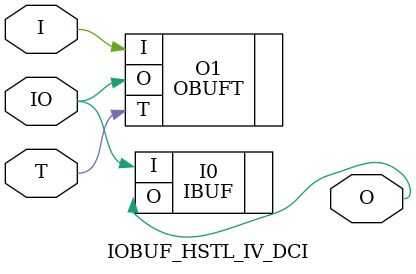
<source format=v>


`timescale  1 ps / 1 ps


module IOBUF_HSTL_IV_DCI (O, IO, I, T);

    output O;

    inout  IO;

    input  I, T;

        OBUFT #(.IOSTANDARD("HSTL_IV_DCI") ) O1 (.O(IO), .I(I), .T(T)); 
	IBUF #(.IOSTANDARD("HSTL_IV_DCI"))  I0 (.O(O), .I(IO));
        

endmodule



</source>
